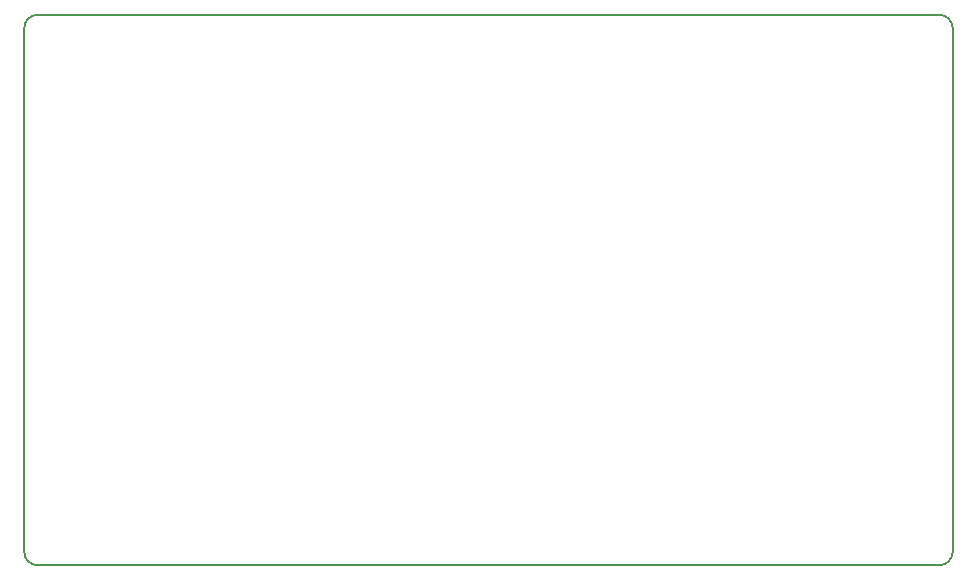
<source format=gbr>
G04 start of page 4 for group 2 idx 2 *
G04 Title: (unknown), outline *
G04 Creator: pcb 20110918 *
G04 CreationDate: Fri Dec 20 21:18:42 2013 UTC *
G04 For: fosse *
G04 Format: Gerber/RS-274X *
G04 PCB-Dimensions: 316500 193500 *
G04 PCB-Coordinate-Origin: lower left *
%MOIN*%
%FSLAX25Y25*%
%LNOUTLINE*%
%ADD140C,0.0060*%
G54D140*X308000Y5000D02*X7500D01*
X3000Y9500D02*Y184000D01*
X312500D02*Y9500D01*
X7500Y188500D02*X308000D01*
X3000Y9500D02*G75*G03X7500Y5000I4500J0D01*G01*
X308000D02*G75*G03X312500Y9500I0J4500D01*G01*
X7500Y188500D02*G75*G03X3000Y184000I0J-4500D01*G01*
X312500Y184000D02*G75*G03X308000Y188500I-4500J0D01*G01*
M02*

</source>
